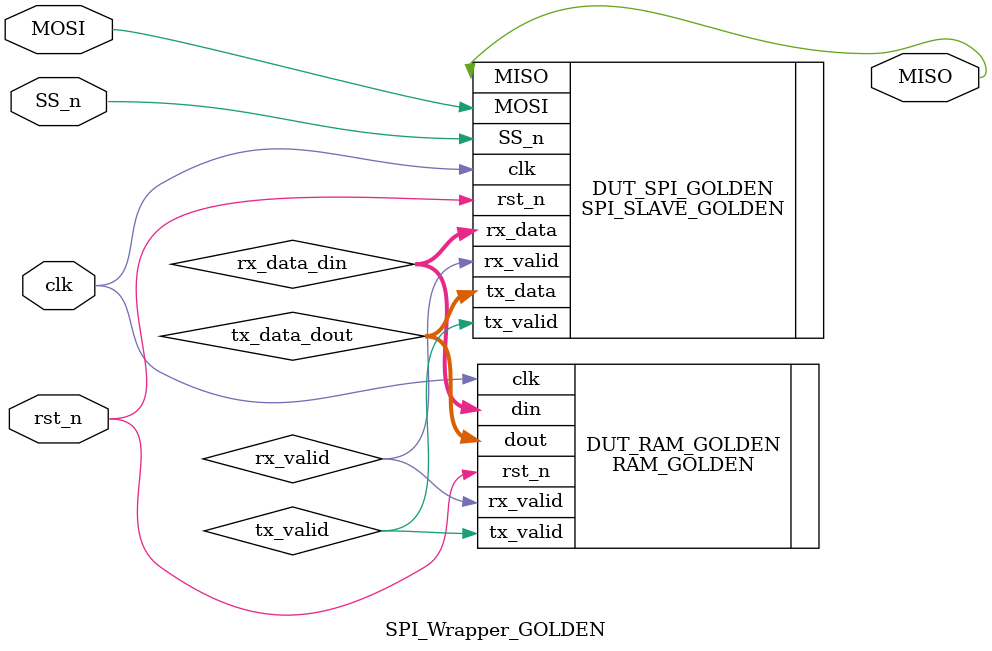
<source format=v>
module SPI_Wrapper_GOLDEN (input clk,rst_n,SS_n,MOSI, output MISO);
parameter MEM_DEPTH=256, ADDR_SIZE=8;
wire [ADDR_SIZE+1:0] rx_data_din;
wire [ADDR_SIZE-1:0] tx_data_dout;
wire rx_valid,tx_valid;

/*module SPI_SLAVE_GOLDEN (MOSI,SS_n,clk,rst_n,rx_data,tx_valid,tx_data,MISO,rx_valid);*/

SPI_SLAVE_GOLDEN DUT_SPI_GOLDEN(.clk(clk),.rst_n(rst_n),.SS_n(SS_n),.MOSI(MOSI),.tx_valid(tx_valid),.tx_data(tx_data_dout),.MISO(MISO),.rx_valid(rx_valid),.rx_data(rx_data_din));

/*module RAM_GOLDEN (clk, rst_n, din, rx_valid, dout, tx_valid);*/

RAM_GOLDEN #(.MEM_DEPTH(MEM_DEPTH),.ADDR_SIZE(ADDR_SIZE)) DUT_RAM_GOLDEN(.din(rx_data_din),.clk(clk),.rst_n(rst_n),.rx_valid(rx_valid), .dout(tx_data_dout),.tx_valid(tx_valid));

endmodule
</source>
